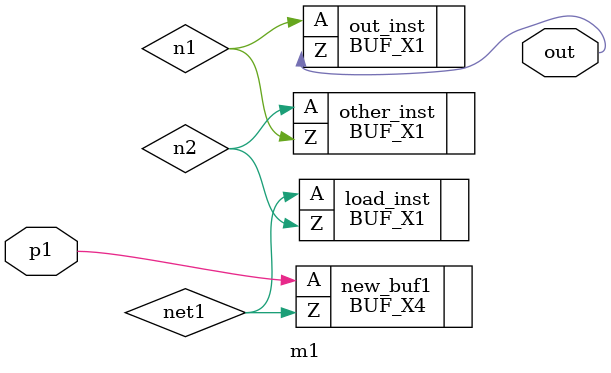
<source format=v>
module top (in,
    out);
 input in;
 output out;

 wire n1;

 DFF_X1 drvr (.D(in),
    .CK(in),
    .Q(n1));
 m1 inst1 (.p1(n1),
    .out(out));
endmodule
module m1 (p1,
    out);
 input p1;
 output out;

 wire n1;
 wire n2;
 wire net1;

 BUF_X1 load_inst (.A(net1),
    .Z(n2));
 BUF_X4 new_buf1 (.A(p1),
    .Z(net1));
 BUF_X1 other_inst (.A(n2),
    .Z(n1));
 BUF_X1 out_inst (.A(n1),
    .Z(out));
endmodule

</source>
